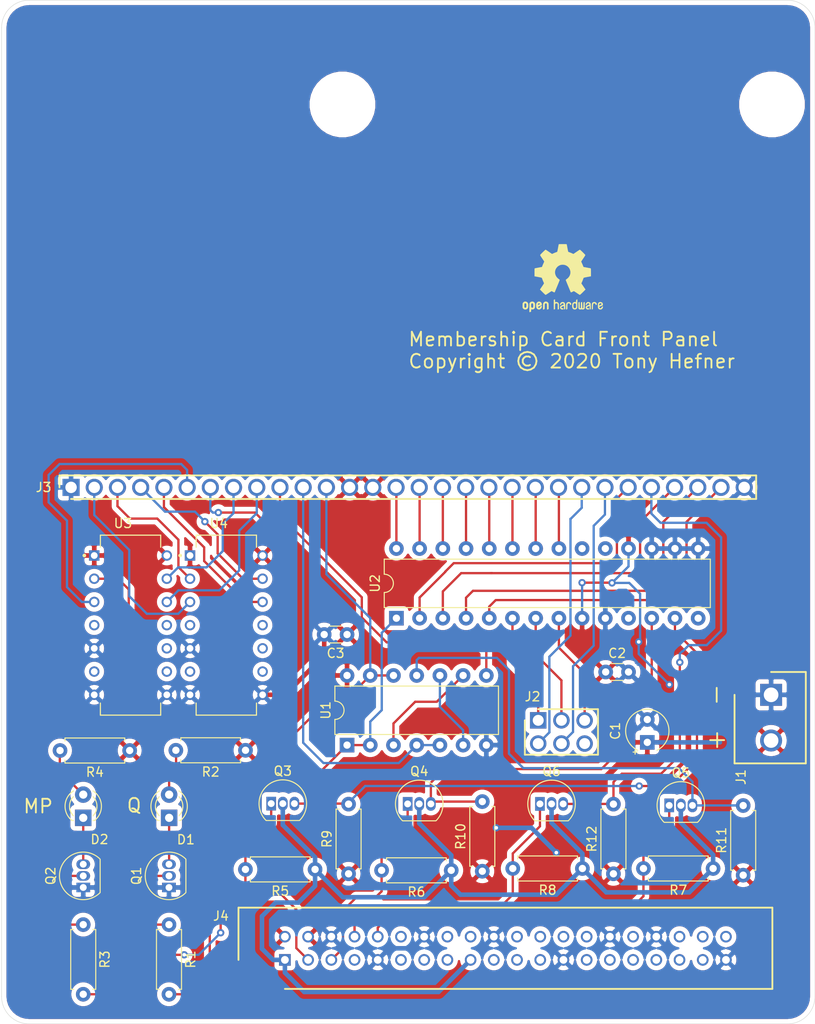
<source format=kicad_pcb>
(kicad_pcb (version 20171130) (host pcbnew "(5.1.9)-1")
  (layers (0 F.Cu signal hide) (31 B.Cu signal hide) (34 B.Paste user) (35 F.Paste user) (36 B.SilkS user) (37 F.SilkS user) (38 B.Mask user) (39 F.Mask user) (44 Edge.Cuts user))
  (net 0 "")
  (net 1 GND)
  (net 2 /~WAIT)
  (net 3 /~CLR)
  (net 4 /~EF4)
  (net 5 /~EF2)
  (net 6 /IN0)
  (net 7 /IN1)
  (net 8 /IN2)
  (net 9 /IN3)
  (net 10 /IN4)
  (net 11 /IN5)
  (net 12 /IN6)
  (net 13 /IN7)
  (net 14 "Net-(Q1-Pad2)")
  (net 15 "Net-(Q2-Pad2)")
  (net 16 "Net-(U1-Pad10)")
  (net 17 /~MWR)
  (net 18 "Net-(U1-Pad3)")
  (net 19 /MP)
  (net 20 /~WE)
  (net 21 "Net-(U2-Pad14)")
  (net 22 "Net-(U2-Pad11)")
  (net 23 "Net-(U2-Pad20)")
  (net 24 "Net-(U2-Pad19)")
  (net 25 +5V)
  (net 26 "Net-(D1-Pad2)")
  (net 27 "Net-(D1-Pad1)")
  (net 28 "Net-(D2-Pad2)")
  (net 29 "Net-(D2-Pad1)")
  (net 30 "Net-(J2-Pad6)")
  (net 31 /GPB7)
  (net 32 /~EF1)
  (net 33 /GPB6)
  (net 34 /~INT)
  (net 35 /GPB5)
  (net 36 /~EF3)
  (net 37 /Q)
  (net 38 /Q7)
  (net 39 /Q6)
  (net 40 /Q5)
  (net 41 /Q4)
  (net 42 /Q3)
  (net 43 /Q2)
  (net 44 /Q1)
  (net 45 /Q0)
  (net 46 "Net-(J4-Pad40)")
  (net 47 "Net-(J4-Pad38)")
  (net 48 "Net-(J4-Pad37)")
  (net 49 "Net-(J4-Pad36)")
  (net 50 "Net-(J4-Pad35)")
  (net 51 "Net-(J4-Pad33)")
  (net 52 "Net-(J4-Pad32)")
  (net 53 "Net-(J4-Pad31)")
  (net 54 "Net-(J4-Pad29)")
  (net 55 "Net-(J4-Pad28)")
  (net 56 "Net-(J4-Pad27)")
  (net 57 "Net-(J4-Pad26)")
  (net 58 "Net-(J4-Pad24)")
  (net 59 "Net-(J4-Pad23)")
  (net 60 "Net-(J4-Pad22)")
  (net 61 "Net-(J4-Pad21)")
  (net 62 "Net-(J4-Pad19)")
  (net 63 "Net-(J4-Pad18)")
  (net 64 +3V3)
  (net 65 "Net-(J4-Pad16)")
  (net 66 "Net-(J4-Pad15)")
  (net 67 "Net-(J4-Pad13)")
  (net 68 "Net-(J4-Pad12)")
  (net 69 "Net-(J4-Pad11)")
  (net 70 "Net-(J4-Pad10)")
  (net 71 "Net-(J4-Pad8)")
  (net 72 "Net-(J4-Pad7)")
  (net 73 "Net-(J4-Pad5)")
  (net 74 "Net-(J4-Pad3)")
  (net 75 /pi_gpio/SDA)
  (net 76 /pi_gpio/SCL)
  (net 77 /pi_gpio/RXD)
  (net 78 "Net-(U3-Pad10)")
  (net 79 "Net-(U3-Pad4)")
  (net 80 "Net-(U4-Pad10)")
  (net 81 "Net-(U4-Pad4)")
  (module Symbol:OSHW-Logo2_9.8x8mm_SilkScreen (layer F.Cu) (at 159.4 49.4)
    (fp_text reference REF** hide)
    (fp_text value OSHW-Logo2_9.8x8mm_SilkScreen hide)
  )
  (module MountingHole:MountingHole_3.2mm_M3 (layer F.Cu) (at 135.3 30.4)
    (fp_text reference REF** hide)
    (fp_text value MountingHole_3.2mm_M3)
    (pad "" np_thru_hole circle (at 0 0) (size 3.2 3.2) (drill 3.2) (layers *.Cu *.Mask) (clearance 2))
  )
  (module MountingHole:MountingHole_3.2mm_M3 (layer F.Cu) (at 182.3 30.4)
    (fp_text reference REF** hide)
    (fp_text value MountingHole_3.2mm_M3)
    (pad "" np_thru_hole circle (at 0 0) (size 3.2 3.2) (drill 3.2) (layers *.Cu *.Mask) (clearance 2))
  )
  (module SamacSys_Parts:SHDR2W100P0X500_1X2_1000X780X1030P (layer F.Cu) (at 182.2 95 270)
    (fp_text reference J1 (at 9 3.3 90) (layer F.SilkS))
    (fp_text value TB003-500-P02BE hide)
    (pad 2 thru_hole circle (at 5 0 270) (size 2.4 2.4) (drill 1.6) (layers *.Cu *.Mask) (net 25 +5V))
    (pad 1 thru_hole rect (at 0 0 270) (size 2.4 2.4) (drill 1.6) (layers *.Cu *.Mask) (net 1 GND))
  )
  (module SnapEDA:DIP794W45P254L1969H508Q14 (layer F.Cu) (at 122.588 87.376)
    (fp_text reference U4 (at -0.825 -11.135) (layer F.SilkS))
    (fp_text value TIL311)
    (pad 14 thru_hole circle (at 3.97 -7.62) (size 1.14 1.14) (drill 0.74) (layers *.Cu *.Mask) (net 25 +5V))
    (pad 13 thru_hole circle (at 3.97 -5.08) (size 1.14 1.14) (drill 0.74) (layers *.Cu *.Mask) (net 43 /Q2))
    (pad 12 thru_hole circle (at 3.97 -2.54) (size 1.14 1.14) (drill 0.74) (layers *.Cu *.Mask) (net 42 /Q3))
    (pad 11 thru_hole circle (at 3.97 0) (size 1.14 1.14) (drill 0.74) (layers *.Cu *.Mask))
    (pad 10 thru_hole circle (at 3.97 2.54) (size 1.14 1.14) (drill 0.74) (layers *.Cu *.Mask) (net 80 "Net-(U4-Pad10)"))
    (pad 9 thru_hole circle (at 3.97 5.08) (size 1.14 1.14) (drill 0.74) (layers *.Cu *.Mask))
    (pad 8 thru_hole circle (at 3.97 7.62) (size 1.14 1.14) (drill 0.74) (layers *.Cu *.Mask) (net 1 GND))
    (pad 7 thru_hole circle (at -3.97 7.62) (size 1.14 1.14) (drill 0.74) (layers *.Cu *.Mask) (net 1 GND))
    (pad 6 thru_hole circle (at -3.97 5.08) (size 1.14 1.14) (drill 0.74) (layers *.Cu *.Mask))
    (pad 5 thru_hole circle (at -3.97 2.54) (size 1.14 1.14) (drill 0.74) (layers *.Cu *.Mask) (net 1 GND))
    (pad 4 thru_hole circle (at -3.97 0) (size 1.14 1.14) (drill 0.74) (layers *.Cu *.Mask) (net 81 "Net-(U4-Pad4)"))
    (pad 3 thru_hole circle (at -3.97 -2.54) (size 1.14 1.14) (drill 0.74) (layers *.Cu *.Mask) (net 45 /Q0))
    (pad 2 thru_hole circle (at -3.97 -5.08) (size 1.14 1.14) (drill 0.74) (layers *.Cu *.Mask) (net 44 /Q1))
    (pad 1 thru_hole rect (at -3.97 -7.62) (size 1.14 1.14) (drill 0.74) (layers *.Cu *.Mask) (net 25 +5V))
  )
  (module SnapEDA:DIP794W45P254L1969H508Q14 (layer F.Cu) (at 112.108 87.376)
    (fp_text reference U3 (at -0.825 -11.135) (layer F.SilkS))
    (fp_text value TIL311)
    (pad 14 thru_hole circle (at 3.97 -7.62) (size 1.14 1.14) (drill 0.74) (layers *.Cu *.Mask) (net 25 +5V))
    (pad 13 thru_hole circle (at 3.97 -5.08) (size 1.14 1.14) (drill 0.74) (layers *.Cu *.Mask) (net 39 /Q6))
    (pad 12 thru_hole circle (at 3.97 -2.54) (size 1.14 1.14) (drill 0.74) (layers *.Cu *.Mask) (net 38 /Q7))
    (pad 11 thru_hole circle (at 3.97 0) (size 1.14 1.14) (drill 0.74) (layers *.Cu *.Mask))
    (pad 10 thru_hole circle (at 3.97 2.54) (size 1.14 1.14) (drill 0.74) (layers *.Cu *.Mask) (net 78 "Net-(U3-Pad10)"))
    (pad 9 thru_hole circle (at 3.97 5.08) (size 1.14 1.14) (drill 0.74) (layers *.Cu *.Mask))
    (pad 8 thru_hole circle (at 3.97 7.62) (size 1.14 1.14) (drill 0.74) (layers *.Cu *.Mask) (net 1 GND))
    (pad 7 thru_hole circle (at -3.97 7.62) (size 1.14 1.14) (drill 0.74) (layers *.Cu *.Mask) (net 1 GND))
    (pad 6 thru_hole circle (at -3.97 5.08) (size 1.14 1.14) (drill 0.74) (layers *.Cu *.Mask))
    (pad 5 thru_hole circle (at -3.97 2.54) (size 1.14 1.14) (drill 0.74) (layers *.Cu *.Mask) (net 1 GND))
    (pad 4 thru_hole circle (at -3.97 0) (size 1.14 1.14) (drill 0.74) (layers *.Cu *.Mask) (net 79 "Net-(U3-Pad4)"))
    (pad 3 thru_hole circle (at -3.97 -2.54) (size 1.14 1.14) (drill 0.74) (layers *.Cu *.Mask) (net 41 /Q4))
    (pad 2 thru_hole circle (at -3.97 -5.08) (size 1.14 1.14) (drill 0.74) (layers *.Cu *.Mask) (net 40 /Q5))
    (pad 1 thru_hole rect (at -3.97 -7.62) (size 1.14 1.14) (drill 0.74) (layers *.Cu *.Mask) (net 25 +5V))
  )
  (module Resistor_THT:R_Axial_DIN0207_L6.3mm_D2.5mm_P7.62mm_Horizontal (layer F.Cu) (at 164.9476 114.5794 90)
    (fp_text reference R12 (at 3.81 -2.37 90) (layer F.SilkS))
    (fp_text value 10K)
    (pad 2 thru_hole oval (at 7.62 0 90) (size 1.6 1.6) (drill 0.8) (layers *.Cu *.Mask) (net 36 /~EF3))
    (pad 1 thru_hole circle (at 0 0 90) (size 1.6 1.6) (drill 0.8) (layers *.Cu *.Mask) (net 25 +5V))
  )
  (module Resistor_THT:R_Axial_DIN0207_L6.3mm_D2.5mm_P7.62mm_Horizontal (layer F.Cu) (at 179.1462 114.7318 90)
    (fp_text reference R11 (at 3.81 -2.37 90) (layer F.SilkS))
    (fp_text value 10K)
    (pad 2 thru_hole oval (at 7.62 0 90) (size 1.6 1.6) (drill 0.8) (layers *.Cu *.Mask) (net 77 /pi_gpio/RXD))
    (pad 1 thru_hole circle (at 0 0 90) (size 1.6 1.6) (drill 0.8) (layers *.Cu *.Mask) (net 25 +5V))
  )
  (module Resistor_THT:R_Axial_DIN0207_L6.3mm_D2.5mm_P7.62mm_Horizontal (layer F.Cu) (at 150.6 114.3 90)
    (fp_text reference R10 (at 3.81 -2.37 90) (layer F.SilkS))
    (fp_text value 10K)
    (pad 2 thru_hole oval (at 7.62 0 90) (size 1.6 1.6) (drill 0.8) (layers *.Cu *.Mask) (net 76 /pi_gpio/SCL))
    (pad 1 thru_hole circle (at 0 0 90) (size 1.6 1.6) (drill 0.8) (layers *.Cu *.Mask) (net 25 +5V))
  )
  (module Resistor_THT:R_Axial_DIN0207_L6.3mm_D2.5mm_P7.62mm_Horizontal (layer F.Cu) (at 135.9662 114.5794 90)
    (fp_text reference R9 (at 3.81 -2.37 90) (layer F.SilkS))
    (fp_text value 10K)
    (pad 2 thru_hole oval (at 7.62 0 90) (size 1.6 1.6) (drill 0.8) (layers *.Cu *.Mask) (net 75 /pi_gpio/SDA))
    (pad 1 thru_hole circle (at 0 0 90) (size 1.6 1.6) (drill 0.8) (layers *.Cu *.Mask) (net 25 +5V))
  )
  (module Resistor_THT:R_Axial_DIN0207_L6.3mm_D2.5mm_P7.62mm_Horizontal (layer F.Cu) (at 161.554 114 180)
    (fp_text reference R8 (at 3.81 -2.37) (layer F.SilkS))
    (fp_text value 10K)
    (pad 2 thru_hole oval (at 7.62 0 180) (size 1.6 1.6) (drill 0.8) (layers *.Cu *.Mask) (net 71 "Net-(J4-Pad8)"))
    (pad 1 thru_hole circle (at 0 0 180) (size 1.6 1.6) (drill 0.8) (layers *.Cu *.Mask) (net 64 +3V3))
  )
  (module Resistor_THT:R_Axial_DIN0207_L6.3mm_D2.5mm_P7.62mm_Horizontal (layer F.Cu) (at 175.854 114 180)
    (fp_text reference R7 (at 3.81 -2.37) (layer F.SilkS))
    (fp_text value 10K)
    (pad 2 thru_hole oval (at 7.62 0 180) (size 1.6 1.6) (drill 0.8) (layers *.Cu *.Mask) (net 70 "Net-(J4-Pad10)"))
    (pad 1 thru_hole circle (at 0 0 180) (size 1.6 1.6) (drill 0.8) (layers *.Cu *.Mask) (net 64 +3V3))
  )
  (module Resistor_THT:R_Axial_DIN0207_L6.3mm_D2.5mm_P7.62mm_Horizontal (layer F.Cu) (at 147.2 114.2 180)
    (fp_text reference R6 (at 3.81 -2.37) (layer F.SilkS))
    (fp_text value 10K)
    (pad 2 thru_hole oval (at 7.62 0 180) (size 1.6 1.6) (drill 0.8) (layers *.Cu *.Mask) (net 73 "Net-(J4-Pad5)"))
    (pad 1 thru_hole circle (at 0 0 180) (size 1.6 1.6) (drill 0.8) (layers *.Cu *.Mask) (net 64 +3V3))
  )
  (module Resistor_THT:R_Axial_DIN0207_L6.3mm_D2.5mm_P7.62mm_Horizontal (layer F.Cu) (at 132.3 114.1 180)
    (fp_text reference R5 (at 3.81 -2.37) (layer F.SilkS))
    (fp_text value 10K)
    (pad 2 thru_hole oval (at 7.62 0 180) (size 1.6 1.6) (drill 0.8) (layers *.Cu *.Mask) (net 74 "Net-(J4-Pad3)"))
    (pad 1 thru_hole circle (at 0 0 180) (size 1.6 1.6) (drill 0.8) (layers *.Cu *.Mask) (net 64 +3V3))
  )
  (module Resistor_THT:R_Axial_DIN0207_L6.3mm_D2.5mm_P7.62mm_Horizontal (layer F.Cu) (at 112.014 101.092 180)
    (fp_text reference R4 (at 3.81 -2.37) (layer F.SilkS))
    (fp_text value 1K)
    (pad 2 thru_hole oval (at 7.62 0 180) (size 1.6 1.6) (drill 0.8) (layers *.Cu *.Mask) (net 28 "Net-(D2-Pad2)"))
    (pad 1 thru_hole circle (at 0 0 180) (size 1.6 1.6) (drill 0.8) (layers *.Cu *.Mask) (net 25 +5V))
  )
  (module Resistor_THT:R_Axial_DIN0207_L6.3mm_D2.5mm_P7.62mm_Horizontal (layer F.Cu) (at 106.934 120.142 270)
    (fp_text reference R3 (at 3.81 -2.37 90) (layer F.SilkS))
    (fp_text value 1K)
    (pad 2 thru_hole oval (at 7.62 0 270) (size 1.6 1.6) (drill 0.8) (layers *.Cu *.Mask) (net 19 /MP))
    (pad 1 thru_hole circle (at 0 0 270) (size 1.6 1.6) (drill 0.8) (layers *.Cu *.Mask) (net 15 "Net-(Q2-Pad2)"))
  )
  (module Resistor_THT:R_Axial_DIN0207_L6.3mm_D2.5mm_P7.62mm_Horizontal (layer F.Cu) (at 124.6886 101.0666 180)
    (fp_text reference R2 (at 3.81 -2.37) (layer F.SilkS))
    (fp_text value 1K)
    (pad 2 thru_hole oval (at 7.62 0 180) (size 1.6 1.6) (drill 0.8) (layers *.Cu *.Mask) (net 26 "Net-(D1-Pad2)"))
    (pad 1 thru_hole circle (at 0 0 180) (size 1.6 1.6) (drill 0.8) (layers *.Cu *.Mask) (net 25 +5V))
  )
  (module Resistor_THT:R_Axial_DIN0207_L6.3mm_D2.5mm_P7.62mm_Horizontal (layer F.Cu) (at 116.316 120.142 270)
    (fp_text reference R1 (at 3.81 -2.37 90) (layer F.SilkS))
    (fp_text value 1K)
    (pad 2 thru_hole oval (at 7.62 0 270) (size 1.6 1.6) (drill 0.8) (layers *.Cu *.Mask) (net 37 /Q))
    (pad 1 thru_hole circle (at 0 0 270) (size 1.6 1.6) (drill 0.8) (layers *.Cu *.Mask) (net 14 "Net-(Q1-Pad2)"))
  )
  (module Package_TO_SOT_THT:TO-92_Inline (layer F.Cu) (at 156.908 106.934)
    (fp_text reference Q6 (at 1.27 -3.56) (layer F.SilkS))
    (fp_text value 2N7000)
    (pad 1 thru_hole rect (at 0 0) (size 1.05 1.5) (drill 0.75) (layers *.Cu *.Mask) (net 71 "Net-(J4-Pad8)"))
    (pad 3 thru_hole oval (at 2.54 0) (size 1.05 1.5) (drill 0.75) (layers *.Cu *.Mask) (net 36 /~EF3))
    (pad 2 thru_hole oval (at 1.27 0) (size 1.05 1.5) (drill 0.75) (layers *.Cu *.Mask) (net 64 +3V3))
  )
  (module Package_TO_SOT_THT:TO-92_Inline (layer F.Cu) (at 171.054 107.1)
    (fp_text reference Q5 (at 1.27 -3.56) (layer F.SilkS))
    (fp_text value 2N7000)
    (pad 1 thru_hole rect (at 0 0) (size 1.05 1.5) (drill 0.75) (layers *.Cu *.Mask) (net 70 "Net-(J4-Pad10)"))
    (pad 3 thru_hole oval (at 2.54 0) (size 1.05 1.5) (drill 0.75) (layers *.Cu *.Mask) (net 77 /pi_gpio/RXD))
    (pad 2 thru_hole oval (at 1.27 0) (size 1.05 1.5) (drill 0.75) (layers *.Cu *.Mask) (net 64 +3V3))
  )
  (module Package_TO_SOT_THT:TO-92_Inline (layer F.Cu) (at 127.5 106.9)
    (fp_text reference Q3 (at 1.27 -3.56) (layer F.SilkS))
    (fp_text value 2N7000)
    (pad 1 thru_hole rect (at 0 0) (size 1.05 1.5) (drill 0.75) (layers *.Cu *.Mask) (net 74 "Net-(J4-Pad3)"))
    (pad 3 thru_hole oval (at 2.54 0) (size 1.05 1.5) (drill 0.75) (layers *.Cu *.Mask) (net 75 /pi_gpio/SDA))
    (pad 2 thru_hole oval (at 1.27 0) (size 1.05 1.5) (drill 0.75) (layers *.Cu *.Mask) (net 64 +3V3))
  )
  (module Package_TO_SOT_THT:TO-92_Inline (layer F.Cu) (at 106.934 116.078 90)
    (fp_text reference Q2 (at 1.27 -3.56 90) (layer F.SilkS))
    (fp_text value 2N3904)
    (pad 1 thru_hole rect (at 0 0 90) (size 1.05 1.5) (drill 0.75) (layers *.Cu *.Mask) (net 1 GND))
    (pad 3 thru_hole oval (at 2.54 0 90) (size 1.05 1.5) (drill 0.75) (layers *.Cu *.Mask) (net 29 "Net-(D2-Pad1)"))
    (pad 2 thru_hole oval (at 1.27 0 90) (size 1.05 1.5) (drill 0.75) (layers *.Cu *.Mask) (net 15 "Net-(Q2-Pad2)"))
  )
  (module SamacSys_Parts:SHDR40W64P254_2X20_5842X889X927P (layer F.Cu) (at 129 124)
    (fp_text reference J4 (at -7 -4.8) (layer F.SilkS))
    (fp_text value Raspberry_Pi_GPIO hide)
    (pad 40 thru_hole circle (at 48.26 -2.54) (size 1.275 1.275) (drill 0.85) (layers *.Cu *.Mask) (net 46 "Net-(J4-Pad40)"))
    (pad 39 thru_hole circle (at 48.26 0) (size 1.275 1.275) (drill 0.85) (layers *.Cu *.Mask) (net 1 GND))
    (pad 38 thru_hole circle (at 45.72 -2.54) (size 1.275 1.275) (drill 0.85) (layers *.Cu *.Mask) (net 47 "Net-(J4-Pad38)"))
    (pad 37 thru_hole circle (at 45.72 0) (size 1.275 1.275) (drill 0.85) (layers *.Cu *.Mask) (net 48 "Net-(J4-Pad37)"))
    (pad 36 thru_hole circle (at 43.18 -2.54) (size 1.275 1.275) (drill 0.85) (layers *.Cu *.Mask) (net 49 "Net-(J4-Pad36)"))
    (pad 35 thru_hole circle (at 43.18 0) (size 1.275 1.275) (drill 0.85) (layers *.Cu *.Mask) (net 50 "Net-(J4-Pad35)"))
    (pad 34 thru_hole circle (at 40.64 -2.54) (size 1.275 1.275) (drill 0.85) (layers *.Cu *.Mask) (net 1 GND))
    (pad 33 thru_hole circle (at 40.64 0) (size 1.275 1.275) (drill 0.85) (layers *.Cu *.Mask) (net 51 "Net-(J4-Pad33)"))
    (pad 32 thru_hole circle (at 38.1 -2.54) (size 1.275 1.275) (drill 0.85) (layers *.Cu *.Mask) (net 52 "Net-(J4-Pad32)"))
    (pad 31 thru_hole circle (at 38.1 0) (size 1.275 1.275) (drill 0.85) (layers *.Cu *.Mask) (net 53 "Net-(J4-Pad31)"))
    (pad 30 thru_hole circle (at 35.56 -2.54) (size 1.275 1.275) (drill 0.85) (layers *.Cu *.Mask) (net 1 GND))
    (pad 29 thru_hole circle (at 35.56 0) (size 1.275 1.275) (drill 0.85) (layers *.Cu *.Mask) (net 54 "Net-(J4-Pad29)"))
    (pad 28 thru_hole circle (at 33.02 -2.54) (size 1.275 1.275) (drill 0.85) (layers *.Cu *.Mask) (net 55 "Net-(J4-Pad28)"))
    (pad 27 thru_hole circle (at 33.02 0) (size 1.275 1.275) (drill 0.85) (layers *.Cu *.Mask) (net 56 "Net-(J4-Pad27)"))
    (pad 26 thru_hole circle (at 30.48 -2.54) (size 1.275 1.275) (drill 0.85) (layers *.Cu *.Mask) (net 57 "Net-(J4-Pad26)"))
    (pad 25 thru_hole circle (at 30.48 0) (size 1.275 1.275) (drill 0.85) (layers *.Cu *.Mask) (net 1 GND))
    (pad 24 thru_hole circle (at 27.94 -2.54) (size 1.275 1.275) (drill 0.85) (layers *.Cu *.Mask) (net 58 "Net-(J4-Pad24)"))
    (pad 23 thru_hole circle (at 27.94 0) (size 1.275 1.275) (drill 0.85) (layers *.Cu *.Mask) (net 59 "Net-(J4-Pad23)"))
    (pad 22 thru_hole circle (at 25.4 -2.54) (size 1.275 1.275) (drill 0.85) (layers *.Cu *.Mask) (net 60 "Net-(J4-Pad22)"))
    (pad 21 thru_hole circle (at 25.4 0) (size 1.275 1.275) (drill 0.85) (layers *.Cu *.Mask) (net 61 "Net-(J4-Pad21)"))
    (pad 20 thru_hole circle (at 22.86 -2.54) (size 1.275 1.275) (drill 0.85) (layers *.Cu *.Mask) (net 1 GND))
    (pad 19 thru_hole circle (at 22.86 0) (size 1.275 1.275) (drill 0.85) (layers *.Cu *.Mask) (net 62 "Net-(J4-Pad19)"))
    (pad 18 thru_hole circle (at 20.32 -2.54) (size 1.275 1.275) (drill 0.85) (layers *.Cu *.Mask) (net 63 "Net-(J4-Pad18)"))
    (pad 17 thru_hole circle (at 20.32 0) (size 1.275 1.275) (drill 0.85) (layers *.Cu *.Mask) (net 64 +3V3))
    (pad 16 thru_hole circle (at 17.78 -2.54) (size 1.275 1.275) (drill 0.85) (layers *.Cu *.Mask) (net 65 "Net-(J4-Pad16)"))
    (pad 15 thru_hole circle (at 17.78 0) (size 1.275 1.275) (drill 0.85) (layers *.Cu *.Mask) (net 66 "Net-(J4-Pad15)"))
    (pad 14 thru_hole circle (at 15.24 -2.54) (size 1.275 1.275) (drill 0.85) (layers *.Cu *.Mask) (net 1 GND))
    (pad 13 thru_hole circle (at 15.24 0) (size 1.275 1.275) (drill 0.85) (layers *.Cu *.Mask) (net 67 "Net-(J4-Pad13)"))
    (pad 12 thru_hole circle (at 12.7 -2.54) (size 1.275 1.275) (drill 0.85) (layers *.Cu *.Mask) (net 68 "Net-(J4-Pad12)"))
    (pad 11 thru_hole circle (at 12.7 0) (size 1.275 1.275) (drill 0.85) (layers *.Cu *.Mask) (net 69 "Net-(J4-Pad11)"))
    (pad 10 thru_hole circle (at 10.16 -2.54) (size 1.275 1.275) (drill 0.85) (layers *.Cu *.Mask) (net 70 "Net-(J4-Pad10)"))
    (pad 9 thru_hole circle (at 10.16 0) (size 1.275 1.275) (drill 0.85) (layers *.Cu *.Mask) (net 1 GND))
    (pad 8 thru_hole circle (at 7.62 -2.54) (size 1.275 1.275) (drill 0.85) (layers *.Cu *.Mask) (net 71 "Net-(J4-Pad8)"))
    (pad 7 thru_hole circle (at 7.62 0) (size 1.275 1.275) (drill 0.85) (layers *.Cu *.Mask) (net 72 "Net-(J4-Pad7)"))
    (pad 6 thru_hole circle (at 5.08 -2.54) (size 1.275 1.275) (drill 0.85) (layers *.Cu *.Mask) (net 1 GND))
    (pad 5 thru_hole circle (at 5.08 0) (size 1.275 1.275) (drill 0.85) (layers *.Cu *.Mask) (net 73 "Net-(J4-Pad5)"))
    (pad 4 thru_hole circle (at 2.54 -2.54) (size 1.275 1.275) (drill 0.85) (layers *.Cu *.Mask) (net 25 +5V))
    (pad 3 thru_hole circle (at 2.54 0) (size 1.275 1.275) (drill 0.85) (layers *.Cu *.Mask) (net 74 "Net-(J4-Pad3)"))
    (pad 2 thru_hole circle (at 0 -2.54) (size 1.275 1.275) (drill 0.85) (layers *.Cu *.Mask) (net 25 +5V))
    (pad 1 thru_hole rect (at 0 0) (size 1.275 1.275) (drill 0.85) (layers *.Cu *.Mask) (net 64 +3V3))
  )
  (module SamacSys_Parts:HDRV6W69P254_2X3_762X498X813P (layer F.Cu) (at 156.718 97.79)
    (fp_text reference J2 (at -0.618 -2.59) (layer F.SilkS))
    (fp_text value 87914-0616 hide)
    (pad 6 thru_hole circle (at 5.08 2.54) (size 1.8 1.8) (drill 1.2) (layers *.Cu *.Mask) (net 30 "Net-(J2-Pad6)"))
    (pad 5 thru_hole circle (at 5.08 0) (size 1.8 1.8) (drill 1.2) (layers *.Cu *.Mask) (net 31 /GPB7))
    (pad 4 thru_hole circle (at 2.54 2.54) (size 1.8 1.8) (drill 1.2) (layers *.Cu *.Mask) (net 32 /~EF1))
    (pad 3 thru_hole circle (at 2.54 0) (size 1.8 1.8) (drill 1.2) (layers *.Cu *.Mask) (net 33 /GPB6))
    (pad 2 thru_hole circle (at 0 2.54) (size 1.8 1.8) (drill 1.2) (layers *.Cu *.Mask) (net 34 /~INT))
    (pad 1 thru_hole rect (at 0 0) (size 1.8 1.8) (drill 1.2) (layers *.Cu *.Mask) (net 35 /GPB5))
  )
  (module LED_THT:LED_D3.0mm (layer F.Cu) (at 106.934 108.458 90)
    (fp_text reference D2 (at -2.3622 1.778 180) (layer F.SilkS))
    (fp_text value LED)
    (pad 2 thru_hole circle (at 2.54 0 90) (size 1.8 1.8) (drill 0.9) (layers *.Cu *.Mask) (net 28 "Net-(D2-Pad2)"))
    (pad 1 thru_hole rect (at 0 0 90) (size 1.8 1.8) (drill 0.9) (layers *.Cu *.Mask) (net 29 "Net-(D2-Pad1)"))
  )
  (module LED_THT:LED_D3.0mm (layer F.Cu) (at 116.332 108.458 90)
    (fp_text reference D1 (at -2.3876 1.8288 180) (layer F.SilkS))
    (fp_text value LED)
    (pad 2 thru_hole circle (at 2.54 0 90) (size 1.8 1.8) (drill 0.9) (layers *.Cu *.Mask) (net 26 "Net-(D1-Pad2)"))
    (pad 1 thru_hole rect (at 0 0 90) (size 1.8 1.8) (drill 0.9) (layers *.Cu *.Mask) (net 27 "Net-(D1-Pad1)"))
  )
  (module Capacitor_THT:C_Disc_D3.0mm_W1.6mm_P2.50mm (layer F.Cu) (at 135.8 88.4 180)
    (fp_text reference C3 (at 1.25 -2.05) (layer F.SilkS))
    (fp_text value 0.1uF)
    (pad 2 thru_hole circle (at 2.5 0 180) (size 1.6 1.6) (drill 0.8) (layers *.Cu *.Mask) (net 1 GND))
    (pad 1 thru_hole circle (at 0 0 180) (size 1.6 1.6) (drill 0.8) (layers *.Cu *.Mask) (net 25 +5V))
  )
  (module Capacitor_THT:C_Disc_D3.0mm_W1.6mm_P2.50mm (layer F.Cu) (at 164.1 92.5)
    (fp_text reference C2 (at 1.25 -2.05) (layer F.SilkS))
    (fp_text value 0.1uF)
    (pad 2 thru_hole circle (at 2.5 0) (size 1.6 1.6) (drill 0.8) (layers *.Cu *.Mask) (net 1 GND))
    (pad 1 thru_hole circle (at 0 0) (size 1.6 1.6) (drill 0.8) (layers *.Cu *.Mask) (net 25 +5V))
  )
  (module Capacitor_THT:CP_Radial_Tantal_D4.5mm_P2.50mm (layer F.Cu) (at 168.656 100.2 90)
    (fp_text reference C1 (at 1.25 -3.5 90) (layer F.SilkS))
    (fp_text value 10uF)
    (pad 2 thru_hole circle (at 2.5 0 90) (size 1.6 1.6) (drill 0.8) (layers *.Cu *.Mask) (net 1 GND))
    (pad 1 thru_hole rect (at 0 0 90) (size 1.6 1.6) (drill 0.8) (layers *.Cu *.Mask) (net 25 +5V))
  )
  (module Package_DIP:DIP-28_W7.62mm (layer F.Cu) (at 141.2 86.614 90)
    (fp_text reference U2 (at 3.81 -2.33 90) (layer F.SilkS))
    (fp_text value MCP23017_SP)
    (pad 28 thru_hole oval (at 7.62 0 90) (size 1.6 1.6) (drill 0.8) (layers *.Cu *.Mask) (net 13 /IN7))
    (pad 14 thru_hole oval (at 0 33.02 90) (size 1.6 1.6) (drill 0.8) (layers *.Cu *.Mask) (net 21 "Net-(U2-Pad14)"))
    (pad 27 thru_hole oval (at 7.62 2.54 90) (size 1.6 1.6) (drill 0.8) (layers *.Cu *.Mask) (net 12 /IN6))
    (pad 13 thru_hole oval (at 0 30.48 90) (size 1.6 1.6) (drill 0.8) (layers *.Cu *.Mask) (net 75 /pi_gpio/SDA))
    (pad 26 thru_hole oval (at 7.62 5.08 90) (size 1.6 1.6) (drill 0.8) (layers *.Cu *.Mask) (net 11 /IN5))
    (pad 12 thru_hole oval (at 0 27.94 90) (size 1.6 1.6) (drill 0.8) (layers *.Cu *.Mask) (net 76 /pi_gpio/SCL))
    (pad 25 thru_hole oval (at 7.62 7.62 90) (size 1.6 1.6) (drill 0.8) (layers *.Cu *.Mask) (net 10 /IN4))
    (pad 11 thru_hole oval (at 0 25.4 90) (size 1.6 1.6) (drill 0.8) (layers *.Cu *.Mask) (net 22 "Net-(U2-Pad11)"))
    (pad 24 thru_hole oval (at 7.62 10.16 90) (size 1.6 1.6) (drill 0.8) (layers *.Cu *.Mask) (net 9 /IN3))
    (pad 10 thru_hole oval (at 0 22.86 90) (size 1.6 1.6) (drill 0.8) (layers *.Cu *.Mask) (net 1 GND))
    (pad 23 thru_hole oval (at 7.62 12.7 90) (size 1.6 1.6) (drill 0.8) (layers *.Cu *.Mask) (net 8 /IN2))
    (pad 9 thru_hole oval (at 0 20.32 90) (size 1.6 1.6) (drill 0.8) (layers *.Cu *.Mask) (net 25 +5V))
    (pad 22 thru_hole oval (at 7.62 15.24 90) (size 1.6 1.6) (drill 0.8) (layers *.Cu *.Mask) (net 7 /IN1))
    (pad 8 thru_hole oval (at 0 17.78 90) (size 1.6 1.6) (drill 0.8) (layers *.Cu *.Mask) (net 31 /GPB7))
    (pad 21 thru_hole oval (at 7.62 17.78 90) (size 1.6 1.6) (drill 0.8) (layers *.Cu *.Mask) (net 6 /IN0))
    (pad 7 thru_hole oval (at 0 15.24 90) (size 1.6 1.6) (drill 0.8) (layers *.Cu *.Mask) (net 33 /GPB6))
    (pad 20 thru_hole oval (at 7.62 20.32 90) (size 1.6 1.6) (drill 0.8) (layers *.Cu *.Mask) (net 23 "Net-(U2-Pad20)"))
    (pad 6 thru_hole oval (at 0 12.7 90) (size 1.6 1.6) (drill 0.8) (layers *.Cu *.Mask) (net 35 /GPB5))
    (pad 19 thru_hole oval (at 7.62 22.86 90) (size 1.6 1.6) (drill 0.8) (layers *.Cu *.Mask) (net 24 "Net-(U2-Pad19)"))
    (pad 5 thru_hole oval (at 0 10.16 90) (size 1.6 1.6) (drill 0.8) (layers *.Cu *.Mask) (net 2 /~WAIT))
    (pad 18 thru_hole oval (at 7.62 25.4 90) (size 1.6 1.6) (drill 0.8) (layers *.Cu *.Mask) (net 25 +5V))
    (pad 4 thru_hole oval (at 0 7.62 90) (size 1.6 1.6) (drill 0.8) (layers *.Cu *.Mask) (net 3 /~CLR))
    (pad 17 thru_hole oval (at 7.62 27.94 90) (size 1.6 1.6) (drill 0.8) (layers *.Cu *.Mask) (net 1 GND))
    (pad 3 thru_hole oval (at 0 5.08 90) (size 1.6 1.6) (drill 0.8) (layers *.Cu *.Mask) (net 4 /~EF4))
    (pad 16 thru_hole oval (at 7.62 30.48 90) (size 1.6 1.6) (drill 0.8) (layers *.Cu *.Mask) (net 1 GND))
    (pad 2 thru_hole oval (at 0 2.54 90) (size 1.6 1.6) (drill 0.8) (layers *.Cu *.Mask) (net 5 /~EF2))
    (pad 15 thru_hole oval (at 7.62 33.02 90) (size 1.6 1.6) (drill 0.8) (layers *.Cu *.Mask) (net 1 GND))
    (pad 1 thru_hole rect (at 0 0 90) (size 1.6 1.6) (drill 0.8) (layers *.Cu *.Mask) (net 19 /MP))
  )
  (module Package_DIP:DIP-14_W7.62mm (layer F.Cu) (at 135.8 100.5 90)
    (fp_text reference U1 (at 3.81 -2.33 90) (layer F.SilkS))
    (fp_text value 74HC00)
    (pad 14 thru_hole oval (at 7.62 0 90) (size 1.6 1.6) (drill 0.8) (layers *.Cu *.Mask) (net 25 +5V))
    (pad 7 thru_hole oval (at 0 15.24 90) (size 1.6 1.6) (drill 0.8) (layers *.Cu *.Mask) (net 1 GND))
    (pad 13 thru_hole oval (at 7.62 2.54 90) (size 1.6 1.6) (drill 0.8) (layers *.Cu *.Mask) (net 37 /Q))
    (pad 6 thru_hole oval (at 0 12.7 90) (size 1.6 1.6) (drill 0.8) (layers *.Cu *.Mask) (net 16 "Net-(U1-Pad10)"))
    (pad 12 thru_hole oval (at 7.62 5.08 90) (size 1.6 1.6) (drill 0.8) (layers *.Cu *.Mask) (net 37 /Q))
    (pad 5 thru_hole oval (at 0 10.16 90) (size 1.6 1.6) (drill 0.8) (layers *.Cu *.Mask) (net 17 /~MWR))
    (pad 11 thru_hole oval (at 7.62 7.62 90) (size 1.6 1.6) (drill 0.8) (layers *.Cu *.Mask) (net 77 /pi_gpio/RXD))
    (pad 4 thru_hole oval (at 0 7.62 90) (size 1.6 1.6) (drill 0.8) (layers *.Cu *.Mask) (net 17 /~MWR))
    (pad 10 thru_hole oval (at 7.62 10.16 90) (size 1.6 1.6) (drill 0.8) (layers *.Cu *.Mask) (net 16 "Net-(U1-Pad10)"))
    (pad 3 thru_hole oval (at 0 5.08 90) (size 1.6 1.6) (drill 0.8) (layers *.Cu *.Mask) (net 18 "Net-(U1-Pad3)"))
    (pad 9 thru_hole oval (at 7.62 12.7 90) (size 1.6 1.6) (drill 0.8) (layers *.Cu *.Mask) (net 18 "Net-(U1-Pad3)"))
    (pad 2 thru_hole oval (at 0 2.54 90) (size 1.6 1.6) (drill 0.8) (layers *.Cu *.Mask) (net 19 /MP))
    (pad 8 thru_hole oval (at 7.62 15.24 90) (size 1.6 1.6) (drill 0.8) (layers *.Cu *.Mask) (net 20 /~WE))
    (pad 1 thru_hole rect (at 0 0 90) (size 1.6 1.6) (drill 0.8) (layers *.Cu *.Mask) (net 19 /MP))
  )
  (module Package_TO_SOT_THT:TO-92_Inline (layer F.Cu) (at 142.43 106.934)
    (fp_text reference Q4 (at 1.27 -3.56) (layer F.SilkS))
    (fp_text value 2N7000)
    (pad 1 thru_hole rect (at 0 0) (size 1.05 1.5) (drill 0.75) (layers *.Cu *.Mask) (net 73 "Net-(J4-Pad5)"))
    (pad 3 thru_hole oval (at 2.54 0) (size 1.05 1.5) (drill 0.75) (layers *.Cu *.Mask) (net 76 /pi_gpio/SCL))
    (pad 2 thru_hole oval (at 1.27 0) (size 1.05 1.5) (drill 0.75) (layers *.Cu *.Mask) (net 64 +3V3))
  )
  (module Package_TO_SOT_THT:TO-92_Inline (layer F.Cu) (at 116.316 116.078 90)
    (fp_text reference Q1 (at 1.27 -3.56 90) (layer F.SilkS))
    (fp_text value 2N3904)
    (pad 1 thru_hole rect (at 0 0 90) (size 1.05 1.5) (drill 0.75) (layers *.Cu *.Mask) (net 1 GND))
    (pad 3 thru_hole oval (at 2.54 0 90) (size 1.05 1.5) (drill 0.75) (layers *.Cu *.Mask) (net 27 "Net-(D1-Pad1)"))
    (pad 2 thru_hole oval (at 1.27 0 90) (size 1.05 1.5) (drill 0.75) (layers *.Cu *.Mask) (net 14 "Net-(Q1-Pad2)"))
  )
  (module SamacSys_Parts:RHDR30W76P0X254_1X30_7620X254X826P (layer F.Cu) (at 105.6 72.3)
    (fp_text reference J3 (at -3 0) (layer F.SilkS))
    (fp_text value 929850-01-30-RA hide)
    (pad 30 thru_hole circle (at 73.66 0) (size 1.875 1.875) (drill 1.25) (layers *.Cu *.Mask) (net 1 GND))
    (pad 29 thru_hole circle (at 71.12 0) (size 1.875 1.875) (drill 1.25) (layers *.Cu *.Mask) (net 2 /~WAIT))
    (pad 28 thru_hole circle (at 68.58 0) (size 1.875 1.875) (drill 1.25) (layers *.Cu *.Mask) (net 3 /~CLR))
    (pad 27 thru_hole circle (at 66.04 0) (size 1.875 1.875) (drill 1.25) (layers *.Cu *.Mask) (net 4 /~EF4))
    (pad 26 thru_hole circle (at 63.5 0) (size 1.875 1.875) (drill 1.25) (layers *.Cu *.Mask) (net 36 /~EF3))
    (pad 25 thru_hole circle (at 60.96 0) (size 1.875 1.875) (drill 1.25) (layers *.Cu *.Mask) (net 5 /~EF2))
    (pad 24 thru_hole circle (at 58.42 0) (size 1.875 1.875) (drill 1.25) (layers *.Cu *.Mask) (net 32 /~EF1))
    (pad 23 thru_hole circle (at 55.88 0) (size 1.875 1.875) (drill 1.25) (layers *.Cu *.Mask) (net 34 /~INT))
    (pad 22 thru_hole circle (at 53.34 0) (size 1.875 1.875) (drill 1.25) (layers *.Cu *.Mask) (net 6 /IN0))
    (pad 21 thru_hole circle (at 50.8 0) (size 1.875 1.875) (drill 1.25) (layers *.Cu *.Mask) (net 7 /IN1))
    (pad 20 thru_hole circle (at 48.26 0) (size 1.875 1.875) (drill 1.25) (layers *.Cu *.Mask) (net 8 /IN2))
    (pad 19 thru_hole circle (at 45.72 0) (size 1.875 1.875) (drill 1.25) (layers *.Cu *.Mask) (net 9 /IN3))
    (pad 18 thru_hole circle (at 43.18 0) (size 1.875 1.875) (drill 1.25) (layers *.Cu *.Mask) (net 10 /IN4))
    (pad 17 thru_hole circle (at 40.64 0) (size 1.875 1.875) (drill 1.25) (layers *.Cu *.Mask) (net 11 /IN5))
    (pad 16 thru_hole circle (at 38.1 0) (size 1.875 1.875) (drill 1.25) (layers *.Cu *.Mask) (net 12 /IN6))
    (pad 15 thru_hole circle (at 35.56 0) (size 1.875 1.875) (drill 1.25) (layers *.Cu *.Mask) (net 13 /IN7))
    (pad 14 thru_hole circle (at 33.02 0) (size 1.875 1.875) (drill 1.25) (layers *.Cu *.Mask) (net 25 +5V))
    (pad 13 thru_hole circle (at 30.48 0) (size 1.875 1.875) (drill 1.25) (layers *.Cu *.Mask) (net 25 +5V))
    (pad 12 thru_hole circle (at 27.94 0) (size 1.875 1.875) (drill 1.25) (layers *.Cu *.Mask) (net 37 /Q))
    (pad 11 thru_hole circle (at 25.4 0) (size 1.875 1.875) (drill 1.25) (layers *.Cu *.Mask) (net 17 /~MWR))
    (pad 10 thru_hole circle (at 22.86 0) (size 1.875 1.875) (drill 1.25) (layers *.Cu *.Mask) (net 20 /~WE))
    (pad 9 thru_hole circle (at 20.32 0) (size 1.875 1.875) (drill 1.25) (layers *.Cu *.Mask) (net 38 /Q7))
    (pad 8 thru_hole circle (at 17.78 0) (size 1.875 1.875) (drill 1.25) (layers *.Cu *.Mask) (net 39 /Q6))
    (pad 7 thru_hole circle (at 15.24 0) (size 1.875 1.875) (drill 1.25) (layers *.Cu *.Mask) (net 40 /Q5))
    (pad 6 thru_hole circle (at 12.7 0) (size 1.875 1.875) (drill 1.25) (layers *.Cu *.Mask) (net 41 /Q4))
    (pad 5 thru_hole circle (at 10.16 0) (size 1.875 1.875) (drill 1.25) (layers *.Cu *.Mask) (net 42 /Q3))
    (pad 4 thru_hole circle (at 7.62 0) (size 1.875 1.875) (drill 1.25) (layers *.Cu *.Mask) (net 43 /Q2))
    (pad 3 thru_hole circle (at 5.08 0) (size 1.875 1.875) (drill 1.25) (layers *.Cu *.Mask) (net 44 /Q1))
    (pad 2 thru_hole circle (at 2.54 0) (size 1.875 1.875) (drill 1.25) (layers *.Cu *.Mask) (net 45 /Q0))
    (pad 1 thru_hole rect (at 0 0) (size 1.875 1.875) (drill 1.25) (layers *.Cu *.Mask) (net 1 GND))
  )
  (gr_text "Membership Card Front Panel\nCopyright © 2020 Tony Hefner" (at 142.4 57.3) (layer F.SilkS) (effects (font (size 1.5 1.5) (thickness 0.2)) (justify left)))
  (gr_text - (at 176.4 95 270) (layer F.SilkS) (effects (font (size 2 2) (thickness 0.2))))
  (gr_text + (at 176.3 99.8) (layer F.SilkS) (effects (font (size 2 2) (thickness 0.2))))
  (gr_text MP (at 102 107.188) (layer F.SilkS) (effects (font (size 1.5 1.5) (thickness 0.2))))
  (gr_text Q (at 112.5 107.1) (layer F.SilkS) (effects (font (size 1.5 1.5) (thickness 0.2))))
  (gr_arc (start 101 22) (end 101 19) (angle -90) (layer Edge.Cuts) (width 0.05))
  (gr_arc (start 184 22) (end 187 22) (angle -90) (layer Edge.Cuts) (width 0.05))
  (gr_line (start 101 131) (end 184 131) (layer Edge.Cuts) (width 0.05))
  (gr_arc (start 101 128) (end 98 128) (angle -90) (layer Edge.Cuts) (width 0.05))
  (gr_arc (start 184 128) (end 184 131) (angle -90) (layer Edge.Cuts) (width 0.05))
  (gr_line (start 101 131) (end 101 131) (layer Edge.Cuts) (width 0.05))
  (gr_line (start 98 22) (end 98 128) (layer Edge.Cuts) (width 0.05))
  (gr_line (start 184 19) (end 101 19) (layer Edge.Cuts) (width 0.05))
  (gr_line (start 187 128) (end 187 22) (layer Edge.Cuts) (width 0.05))
  (segment (start 126.558 94.996) (end 129.0066 94.996) (width 0.5) (layer F.Cu) (net 1))
  (segment (start 133.3 90.7026) (end 133.3 88.4) (width 0.5) (layer F.Cu) (net 1))
  (segment (start 129.0066 94.996) (end 133.3 90.7026) (width 0.5) (layer F.Cu) (net 1))
  (segment (start 144.24 121.46) (end 142.9672 122.7328) (width 0.5) (layer B.Cu) (net 1))
  (segment (start 142.9672 122.7328) (end 140.6144 122.7328) (width 0.5) (layer B.Cu) (net 1))
  (segment (start 151.36 86.614) (end 151.36 85.3426) (width 0.25) (layer F.Cu) (net 2))
  (segment (start 151.36 85.3426) (end 152.0698 84.6328) (width 0.25) (layer F.Cu) (net 2))
  (segment (start 152.0698 84.6328) (end 171.0182 84.6328) (width 0.25) (layer F.Cu) (net 2))
  (segment (start 172.9486 82.7024) (end 172.9486 76.0714) (width 0.25) (layer F.Cu) (net 2))
  (segment (start 171.0182 84.6328) (end 172.9486 82.7024) (width 0.25) (layer F.Cu) (net 2))
  (segment (start 172.9486 76.0714) (end 176.72 72.3) (width 0.25) (layer F.Cu) (net 2))
  (segment (start 174.18 72.3524) (end 174.18 72.3) (width 0.25) (layer F.Cu) (net 3))
  (segment (start 170.4086 76.0714) (end 174.18 72.3) (width 0.25) (layer F.Cu) (net 3))
  (segment (start 170.4086 81.915) (end 170.4086 76.0714) (width 0.25) (layer F.Cu) (net 3))
  (segment (start 168.7068 83.6168) (end 170.4086 81.915) (width 0.25) (layer F.Cu) (net 3))
  (segment (start 149.5806 83.6168) (end 168.7068 83.6168) (width 0.25) (layer F.Cu) (net 3))
  (segment (start 148.82 84.3774) (end 149.5806 83.6168) (width 0.25) (layer F.Cu) (net 3))
  (segment (start 148.82 86.614) (end 148.82 84.3774) (width 0.25) (layer F.Cu) (net 3))
  (segment (start 151.511 81.6864) (end 151.6634 81.6864) (width 0.25) (layer F.Cu) (net 4))
  (segment (start 148.2852 81.6864) (end 151.6634 81.6864) (width 0.25) (layer F.Cu) (net 4))
  (segment (start 146.28 83.6916) (end 148.2852 81.6864) (width 0.25) (layer F.Cu) (net 4))
  (segment (start 146.28 86.614) (end 146.28 83.6916) (width 0.25) (layer F.Cu) (net 4))
  (segment (start 167.8686 76.0714) (end 171.64 72.3) (width 0.25) (layer F.Cu) (net 4))
  (segment (start 167.8686 80.8482) (end 167.8686 76.0714) (width 0.25) (layer F.Cu) (net 4))
  (segment (start 167.0304 81.6864) (end 167.8686 80.8482) (width 0.25) (layer F.Cu) (net 4))
  (segment (start 151.6634 81.6864) (end 167.0304 81.6864) (width 0.25) (layer F.Cu) (net 4))
  (segment (start 165.3286 73.5314) (end 166.56 72.3) (width 0.25) (layer F.Cu) (net 5))
  (segment (start 165.3286 79.9338) (end 165.3286 73.5314) (width 0.25) (layer F.Cu) (net 5))
  (segment (start 164.6682 80.5942) (end 165.3286 79.9338) (width 0.25) (layer F.Cu) (net 5))
  (segment (start 147.4724 80.5942) (end 164.6682 80.5942) (width 0.25) (layer F.Cu) (net 5))
  (segment (start 146.558 81.5086) (end 147.4724 80.5942) (width 0.25) (layer F.Cu) (net 5))
  (segment (start 146.558 81.534) (end 146.558 81.5086) (width 0.25) (layer F.Cu) (net 5))
  (segment (start 143.74 84.352) (end 146.558 81.534) (width 0.25) (layer F.Cu) (net 5))
  (segment (start 143.74 86.614) (end 143.74 84.352) (width 0.25) (layer F.Cu) (net 5))
  (segment (start 158.98 72.34) (end 158.94 72.3) (width 0.25) (layer F.Cu) (net 6))
  (segment (start 158.98 78.994) (end 158.98 72.34) (width 0.25) (layer F.Cu) (net 6))
  (segment (start 156.44 72.34) (end 156.4 72.3) (width 0.25) (layer F.Cu) (net 7))
  (segment (start 156.44 78.994) (end 156.44 72.34) (width 0.25) (layer F.Cu) (net 7))
  (segment (start 153.9 72.34) (end 153.86 72.3) (width 0.25) (layer F.Cu) (net 8))
  (segment (start 153.9 78.994) (end 153.9 72.34) (width 0.25) (layer F.Cu) (net 8))
  (segment (start 151.36 72.34) (end 151.32 72.3) (width 0.25) (layer F.Cu) (net 9))
  (segment (start 151.36 78.994) (end 151.36 72.34) (width 0.25) (layer F.Cu) (net 9))
  (segment (start 148.82 72.34) (end 148.78 72.3) (width 0.25) (layer F.Cu) (net 10))
  (segment (start 148.82 78.994) (end 148.82 72.34) (width 0.25) (layer F.Cu) (net 10))
  (segment (start 146.28 72.34) (end 146.24 72.3) (width 0.25) (layer F.Cu) (net 11))
  (segment (start 146.28 78.994) (end 146.28 72.34) (width 0.25) (layer F.Cu) (net 11))
  (segment (start 143.74 72.34) (end 143.7 72.3) (width 0.25) (layer F.Cu) (net 12))
  (segment (start 143.74 78.994) (end 143.74 72.34) (width 0.25) (layer F.Cu) (net 12))
  (segment (start 141.2 72.34) (end 141.16 72.3) (width 0.25) (layer F.Cu) (net 13))
  (segment (start 141.2 78.994) (end 141.2 72.34) (width 0.25) (layer F.Cu) (net 13))
  (segment (start 116.316 120.142) (end 113.7158 120.142) (width 0.25) (layer F.Cu) (net 14))
  (segment (start 113.7158 120.142) (end 112.6236 119.0498) (width 0.25) (layer F.Cu) (net 14))
  (segment (start 112.6236 119.0498) (end 112.6236 115.7224) (width 0.25) (layer F.Cu) (net 14))
  (segment (start 113.538 114.808) (end 116.316 114.808) (width 0.25) (layer F.Cu) (net 14))
  (segment (start 112.6236 115.7224) (end 113.538 114.808) (width 0.25) (layer F.Cu) (net 14))
  (segment (start 106.934 120.142) (end 104.1654 120.142) (width 0.25) (layer F.Cu) (net 15))
  (segment (start 104.1654 120.142) (end 103.3526 119.3292) (width 0.25) (layer F.Cu) (net 15))
  (segment (start 103.3526 119.3292) (end 103.3526 115.9002) (width 0.25) (layer F.Cu) (net 15))
  (segment (start 104.4448 114.808) (end 106.934 114.808) (width 0.25) (layer F.Cu) (net 15))
  (segment (start 103.3526 115.9002) (end 104.4448 114.808) (width 0.25) (layer F.Cu) (net 15))
  (segment (start 148.5 100.5) (end 148.5 98.8684) (width 0.25) (layer B.Cu) (net 16))
  (segment (start 145.96 96.3284) (end 145.96 92.88) (width 0.25) (layer B.Cu) (net 16))
  (segment (start 148.5 98.8684) (end 145.96 96.3284) (width 0.25) (layer B.Cu) (net 16))
  (segment (start 145.96 100.5) (end 143.42 100.5) (width 0.25) (layer B.Cu) (net 17))
  (segment (start 131 94.2208) (end 131 72.3) (width 0.25) (layer B.Cu) (net 17))
  (segment (start 143.42 100.5) (end 141.4564 102.4636) (width 0.25) (layer B.Cu) (net 17))
  (segment (start 141.4564 102.4636) (end 133.223 102.4636) (width 0.25) (layer B.Cu) (net 17))
  (segment (start 131 100.2406) (end 131 94.2208) (width 0.25) (layer B.Cu) (net 17))
  (segment (start 133.223 102.4636) (end 131 100.2406) (width 0.25) (layer B.Cu) (net 17))
  (segment (start 140.88 100.5) (end 140.88 98.134) (width 0.25) (layer F.Cu) (net 18))
  (segment (start 140.88 98.134) (end 143.256 95.758) (width 0.25) (layer F.Cu) (net 18))
  (segment (start 145.622 95.758) (end 148.5 92.88) (width 0.25) (layer F.Cu) (net 18))
  (segment (start 143.256 95.758) (end 145.622 95.758) (width 0.25) (layer F.Cu) (net 18))
  (segment (start 135.8 100.5) (end 138.34 100.5) (width 0.25) (layer F.Cu) (net 19))
  (segment (start 138.34 97.9308) (end 138.34 100.5) (width 0.25) (layer B.Cu) (net 19))
  (segment (start 139.5984 96.6724) (end 138.34 97.9308) (width 0.25) (layer B.Cu) (net 19))
  (segment (start 139.5984 88.2156) (end 139.5984 96.6724) (width 0.25) (layer B.Cu) (net 19))
  (segment (start 141.2 86.614) (end 139.5984 88.2156) (width 0.25) (layer B.Cu) (net 19))
  (segment (start 106.934 127.762) (end 108.458 127.762) (width 0.25) (layer F.Cu) (net 19))
  (segment (start 108.458 127.762) (end 111.1758 127.762) (width 0.25) (layer F.Cu) (net 19))
  (via (at 117.983 123.444) (size 0.8) (drill 0.4) (layers F.Cu B.Cu) (net 19))
  (segment (start 115.4938 123.444) (end 117.983 123.444) (width 0.25) (layer F.Cu) (net 19))
  (segment (start 111.1758 127.762) (end 115.4938 123.444) (width 0.25) (layer F.Cu) (net 19))
  (via (at 121.9708 121.031) (size 0.8) (drill 0.4) (layers F.Cu B.Cu) (net 19))
  (segment (start 119.5578 123.444) (end 121.9708 121.031) (width 0.25) (layer B.Cu) (net 19))
  (segment (start 117.983 123.444) (end 119.5578 123.444) (width 0.25) (layer B.Cu) (net 19))
  (segment (start 131.8806 104.4194) (end 135.8 100.5) (width 0.25) (layer F.Cu) (net 19))
  (segment (start 126.5174 104.4194) (end 131.8806 104.4194) (width 0.25) (layer F.Cu) (net 19))
  (segment (start 121.9708 108.966) (end 126.5174 104.4194) (width 0.25) (layer F.Cu) (net 19))
  (segment (start 121.9708 121.031) (end 121.9708 108.966) (width 0.25) (layer F.Cu) (net 19))
  (segment (start 151.04 92.88) (end 151.04 90.2324) (width 0.25) (layer F.Cu) (net 20))
  (segment (start 151.04 90.2324) (end 150.0632 89.2556) (width 0.25) (layer F.Cu) (net 20))
  (segment (start 150.0632 89.2556) (end 140.1318 89.2556) (width 0.25) (layer F.Cu) (net 20))
  (segment (start 140.1318 89.2556) (end 137.414 86.5378) (width 0.25) (layer F.Cu) (net 20))
  (segment (start 137.414 86.5378) (end 137.414 84.328) (width 0.25) (layer F.Cu) (net 20))
  (segment (start 128.46 75.374) (end 128.46 72.3) (width 0.25) (layer F.Cu) (net 20))
  (segment (start 137.414 84.328) (end 128.46 75.374) (width 0.25) (layer F.Cu) (net 20))
  (segment (start 168.656 100.2) (end 176.6 100.2) (width 0.5) (layer B.Cu) (net 25))
  (via (at 161.5186 82.7278) (size 0.8) (drill 0.4) (layers F.Cu B.Cu) (net 25))
  (segment (start 161.52 82.7292) (end 161.5186 82.7278) (width 0.25) (layer B.Cu) (net 25))
  (segment (start 161.52 86.614) (end 161.52 82.7292) (width 0.25) (layer B.Cu) (net 25))
  (via (at 164.7952 82.7532) (size 0.8) (drill 0.4) (layers F.Cu B.Cu) (net 25))
  (segment (start 164.7698 82.7278) (end 164.7952 82.7532) (width 0.25) (layer F.Cu) (net 25))
  (segment (start 161.5186 82.7278) (end 164.7698 82.7278) (width 0.25) (layer F.Cu) (net 25))
  (segment (start 166.6 80.9484) (end 166.6 78.994) (width 0.25) (layer B.Cu) (net 25))
  (segment (start 164.7952 82.7532) (end 166.6 80.9484) (width 0.25) (layer B.Cu) (net 25))
  (segment (start 164.7952 82.7532) (end 166.6748 82.7532) (width 0.25) (layer B.Cu) (net 25))
  (segment (start 166.6748 82.7532) (end 167.8686 83.947) (width 0.25) (layer B.Cu) (net 25))
  (via (at 167.7162 89.2048) (size 0.8) (drill 0.4) (layers F.Cu B.Cu) (net 25))
  (segment (start 167.8686 89.0524) (end 167.7162 89.2048) (width 0.25) (layer B.Cu) (net 25))
  (segment (start 167.8686 83.947) (end 167.8686 89.0524) (width 0.25) (layer B.Cu) (net 25))
  (via (at 171.069 93.8784) (size 0.8) (drill 0.4) (layers F.Cu B.Cu) (net 25))
  (segment (start 167.7162 90.5256) (end 171.069 93.8784) (width 0.25) (layer B.Cu) (net 25))
  (segment (start 167.7162 89.2048) (end 167.7162 90.5256) (width 0.25) (layer B.Cu) (net 25))
  (via (at 152.1206 109.5502) (size 0.8) (drill 0.4) (layers F.Cu B.Cu) (net 25))
  (via (at 158.6992 112.268) (size 0.8) (drill 0.4) (layers F.Cu B.Cu) (net 25))
  (segment (start 155.9814 109.5502) (end 158.6992 112.268) (width 0.5) (layer B.Cu) (net 25))
  (segment (start 152.1206 109.5502) (end 155.9814 109.5502) (width 0.5) (layer B.Cu) (net 25))
  (segment (start 116.332 105.918) (end 116.332 104.1908) (width 0.25) (layer F.Cu) (net 26))
  (segment (start 117.094 103.4288) (end 117.094 101.092) (width 0.25) (layer F.Cu) (net 26))
  (segment (start 116.332 104.1908) (end 117.094 103.4288) (width 0.25) (layer F.Cu) (net 26))
  (segment (start 116.332 113.522) (end 116.316 113.538) (width 0.25) (layer F.Cu) (net 27))
  (segment (start 116.332 108.458) (end 116.332 113.522) (width 0.25) (layer F.Cu) (net 27))
  (segment (start 106.934 105.918) (end 104.3686 103.3526) (width 0.25) (layer F.Cu) (net 28))
  (segment (start 104.3686 101.1174) (end 104.394 101.092) (width 0.25) (layer F.Cu) (net 28))
  (segment (start 104.3686 103.3526) (end 104.3686 101.1174) (width 0.25) (layer F.Cu) (net 28))
  (segment (start 106.934 108.458) (end 106.934 113.538) (width 0.25) (layer F.Cu) (net 29))
  (segment (start 161.798 97.79) (end 161.798 92.6592) (width 0.25) (layer F.Cu) (net 31))
  (segment (start 158.98 89.8412) (end 158.98 86.614) (width 0.25) (layer F.Cu) (net 31))
  (segment (start 161.798 92.6592) (end 158.98 89.8412) (width 0.25) (layer F.Cu) (net 31))
  (segment (start 164.02 75.2734) (end 164.02 72.3) (width 0.25) (layer B.Cu) (net 32))
  (segment (start 162.7886 76.5048) (end 164.02 75.2734) (width 0.25) (layer B.Cu) (net 32))
  (segment (start 162.7886 89.6112) (end 162.7886 76.5048) (width 0.25) (layer B.Cu) (net 32))
  (segment (start 160.528 91.8718) (end 162.7886 89.6112) (width 0.25) (layer B.Cu) (net 32))
  (segment (start 160.528 99.06) (end 160.528 91.8718) (width 0.25) (layer B.Cu) (net 32))
  (segment (start 159.258 100.33) (end 160.528 99.06) (width 0.25) (layer B.Cu) (net 32))
  (segment (start 159.258 97.79) (end 159.258 93.4212) (width 0.25) (layer F.Cu) (net 33))
  (segment (start 156.44 90.6032) (end 156.44 86.614) (width 0.25) (layer F.Cu) (net 33))
  (segment (start 159.258 93.4212) (end 156.44 90.6032) (width 0.25) (layer F.Cu) (net 33))
  (segment (start 161.48 74.5368) (end 161.48 72.3) (width 0.25) (layer B.Cu) (net 34))
  (segment (start 160.2486 88.519) (end 160.2486 75.7428) (width 0.25) (layer B.Cu) (net 34))
  (segment (start 157.9372 96.624198) (end 157.9372 90.8304) (width 0.25) (layer B.Cu) (net 34))
  (segment (start 157.9372 90.8304) (end 160.2486 88.519) (width 0.25) (layer B.Cu) (net 34))
  (segment (start 157.943001 96.629999) (end 157.9372 96.624198) (width 0.25) (layer B.Cu) (net 34))
  (segment (start 157.943001 99.104999) (end 157.943001 96.629999) (width 0.25) (layer B.Cu) (net 34))
  (segment (start 156.718 100.33) (end 157.943001 99.104999) (width 0.25) (layer B.Cu) (net 34))
  (segment (start 160.274 75.7428) (end 161.48 74.5368) (width 0.25) (layer B.Cu) (net 34))
  (segment (start 160.2486 75.7428) (end 160.274 75.7428) (width 0.25) (layer B.Cu) (net 34))
  (segment (start 156.718 97.79) (end 156.718 94.4118) (width 0.25) (layer F.Cu) (net 35))
  (segment (start 153.9 91.5938) (end 153.9 86.614) (width 0.25) (layer F.Cu) (net 35))
  (segment (start 156.718 94.4118) (end 153.9 91.5938) (width 0.25) (layer F.Cu) (net 35))
  (segment (start 164.954 106.58) (end 164.954 104.54) (width 0.25) (layer F.Cu) (net 36))
  (segment (start 164.954 104.54) (end 165.862 103.632) (width 0.25) (layer F.Cu) (net 36))
  (via (at 172.212 91.44) (size 0.8) (drill 0.4) (layers F.Cu B.Cu) (net 36))
  (segment (start 172.212 90.5002) (end 172.212 91.44) (width 0.25) (layer B.Cu) (net 36))
  (segment (start 164.6 106.934) (end 164.954 106.58) (width 0.25) (layer F.Cu) (net 36))
  (segment (start 159.448 106.934) (end 164.6 106.934) (width 0.25) (layer F.Cu) (net 36))
  (segment (start 172.466 90.2462) (end 172.5168 90.2462) (width 0.25) (layer B.Cu) (net 36))
  (segment (start 172.212 90.5002) (end 172.466 90.2462) (width 0.25) (layer B.Cu) (net 36))
  (segment (start 172.5168 90.2462) (end 173.2026 89.5604) (width 0.25) (layer B.Cu) (net 36))
  (segment (start 173.2026 89.5604) (end 175.1584 89.5604) (width 0.25) (layer B.Cu) (net 36))
  (segment (start 175.1584 89.5604) (end 176.7332 87.9856) (width 0.25) (layer B.Cu) (net 36))
  (segment (start 176.7332 87.9856) (end 176.7332 77.7748) (width 0.25) (layer B.Cu) (net 36))
  (segment (start 176.7332 77.7748) (end 175.133 76.1746) (width 0.25) (layer B.Cu) (net 36))
  (segment (start 175.133 76.1746) (end 170.1038 76.1746) (width 0.25) (layer B.Cu) (net 36))
  (segment (start 169.1 75.1708) (end 169.1 72.3) (width 0.25) (layer B.Cu) (net 36))
  (segment (start 170.1038 76.1746) (end 169.1 75.1708) (width 0.25) (layer B.Cu) (net 36))
  (segment (start 165.862 103.632) (end 170.168 103.632) (width 0.25) (layer F.Cu) (net 36))
  (segment (start 172.212 101.588) (end 172.212 91.44) (width 0.25) (layer F.Cu) (net 36))
  (segment (start 170.168 103.632) (end 172.212 101.588) (width 0.25) (layer F.Cu) (net 36))
  (segment (start 138.34 92.88) (end 138.34 86.6002) (width 0.25) (layer B.Cu) (net 37))
  (segment (start 133.54 81.8002) (end 133.54 72.3) (width 0.25) (layer B.Cu) (net 37))
  (segment (start 138.34 86.6002) (end 133.54 81.8002) (width 0.25) (layer B.Cu) (net 37))
  (segment (start 138.34 92.88) (end 140.88 92.88) (width 0.25) (layer F.Cu) (net 37))
  (segment (start 116.316 127.762) (end 118.4402 127.762) (width 0.25) (layer F.Cu) (net 37))
  (segment (start 118.4402 127.762) (end 120.777 125.4252) (width 0.25) (layer F.Cu) (net 37))
  (segment (start 120.777 125.4252) (end 120.777 108.5342) (width 0.25) (layer F.Cu) (net 37))
  (segment (start 120.777 108.5342) (end 132.6388 96.6724) (width 0.25) (layer F.Cu) (net 37))
  (segment (start 134.5476 96.6724) (end 138.34 92.88) (width 0.25) (layer F.Cu) (net 37))
  (segment (start 132.6388 96.6724) (end 134.5476 96.6724) (width 0.25) (layer F.Cu) (net 37))
  (segment (start 116.078 84.836) (end 117.348 83.566) (width 0.25) (layer B.Cu) (net 38))
  (segment (start 117.348 83.566) (end 121.8184 83.566) (width 0.25) (layer B.Cu) (net 38))
  (segment (start 121.8184 83.566) (end 124.0028 81.3816) (width 0.25) (layer B.Cu) (net 38))
  (segment (start 124.0028 81.3816) (end 124.0028 77.0382) (width 0.25) (layer B.Cu) (net 38))
  (segment (start 125.92 75.121) (end 125.92 72.3) (width 0.25) (layer B.Cu) (net 38))
  (segment (start 124.0028 77.0382) (end 125.92 75.121) (width 0.25) (layer B.Cu) (net 38))
  (segment (start 116.078 82.296) (end 117.3226 81.0514) (width 0.25) (layer B.Cu) (net 39))
  (segment (start 117.3226 81.0514) (end 120.4214 81.0514) (width 0.25) (layer B.Cu) (net 39))
  (segment (start 120.4214 81.0514) (end 122.1994 79.2734) (width 0.25) (layer B.Cu) (net 39))
  (segment (start 122.1994 79.2734) (end 122.1994 76.3016) (width 0.25) (layer B.Cu) (net 39))
  (segment (start 123.38 75.121) (end 123.38 72.3) (width 0.25) (layer B.Cu) (net 39))
  (segment (start 122.1994 76.3016) (end 123.38 75.121) (width 0.25) (layer B.Cu) (net 39))
  (segment (start 108.138 82.296) (end 110.744 82.296) (width 0.25) (layer F.Cu) (net 40))
  (segment (start 110.744 82.296) (end 111.9124 83.4644) (width 0.25) (layer F.Cu) (net 40))
  (segment (start 111.9124 83.4644) (end 111.9124 86.6902) (width 0.25) (layer F.Cu) (net 40))
  (segment (start 111.9124 86.6902) (end 113.8682 88.646) (width 0.25) (layer F.Cu) (net 40))
  (segment (start 113.8682 88.646) (end 127.6096 88.646) (width 0.25) (layer F.Cu) (net 40))
  (segment (start 127.6096 88.646) (end 128.8288 87.4268) (width 0.25) (layer F.Cu) (net 40))
  (segment (start 128.8288 87.4268) (end 128.8288 78.1558) (width 0.25) (layer F.Cu) (net 40))
  (via (at 121.7168 75.057) (size 0.8) (drill 0.4) (layers F.Cu B.Cu) (net 40))
  (segment (start 125.73 75.057) (end 121.7168 75.057) (width 0.25) (layer F.Cu) (net 40))
  (segment (start 128.8288 78.1558) (end 125.73 75.057) (width 0.25) (layer F.Cu) (net 40))
  (segment (start 121.7168 75.057) (end 121.1072 75.057) (width 0.25) (layer B.Cu) (net 40))
  (segment (start 120.84 74.7898) (end 120.84 72.3) (width 0.25) (layer B.Cu) (net 40))
  (segment (start 121.1072 75.057) (end 120.84 74.7898) (width 0.25) (layer B.Cu) (net 40))
  (segment (start 108.138 84.836) (end 106.7816 84.836) (width 0.25) (layer B.Cu) (net 41))
  (segment (start 106.7816 84.836) (end 105.156 83.2104) (width 0.25) (layer B.Cu) (net 41))
  (segment (start 105.156 83.2104) (end 105.156 75.946) (width 0.25) (layer B.Cu) (net 41))
  (segment (start 105.156 75.946) (end 103.1494 73.9394) (width 0.25) (layer B.Cu) (net 41))
  (segment (start 103.1494 73.9394) (end 103.1494 70.9422) (width 0.25) (layer B.Cu) (net 41))
  (segment (start 103.1494 70.9422) (end 104.3432 69.7484) (width 0.25) (layer B.Cu) (net 41))
  (segment (start 104.3432 69.7484) (end 117.6528 69.7484) (width 0.25) (layer B.Cu) (net 41))
  (segment (start 118.3 70.3956) (end 118.3 72.3) (width 0.25) (layer B.Cu) (net 41))
  (segment (start 117.6528 69.7484) (end 118.3 70.3956) (width 0.25) (layer B.Cu) (net 41))
  (segment (start 126.558 84.836) (end 124.6378 84.836) (width 0.25) (layer F.Cu) (net 42))
  (segment (start 124.6378 84.836) (end 120.1674 80.3656) (width 0.25) (layer F.Cu) (net 42))
  (segment (start 120.1674 80.3656) (end 120.1674 78.867) (width 0.25) (layer F.Cu) (net 42))
  (segment (start 115.76 74.4596) (end 115.76 72.3) (width 0.25) (layer F.Cu) (net 42))
  (segment (start 120.1674 78.867) (end 115.76 74.4596) (width 0.25) (layer F.Cu) (net 42))
  (segment (start 126.558 82.296) (end 124.4092 82.296) (width 0.25) (layer F.Cu) (net 43))
  (segment (start 124.4092 82.296) (end 121.6406 79.5274) (width 0.25) (layer F.Cu) (net 43))
  (via (at 120.2436 76.0476) (size 0.8) (drill 0.4) (layers F.Cu B.Cu) (net 43))
  (segment (start 121.6406 77.4446) (end 120.2436 76.0476) (width 0.25) (layer F.Cu) (net 43))
  (segment (start 121.6406 79.5274) (end 121.6406 77.4446) (width 0.25) (layer F.Cu) (net 43))
  (segment (start 120.2436 76.0476) (end 119.1514 74.9554) (width 0.25) (layer B.Cu) (net 43))
  (segment (start 115.8754 74.9554) (end 113.22 72.3) (width 0.25) (layer B.Cu) (net 43))
  (segment (start 119.1514 74.9554) (end 115.8754 74.9554) (width 0.25) (layer B.Cu) (net 43))
  (segment (start 110.68 74.358) (end 110.68 72.3) (width 0.25) (layer F.Cu) (net 44))
  (segment (start 112.0394 75.7174) (end 110.68 74.358) (width 0.25) (layer F.Cu) (net 44))
  (segment (start 115.0366 75.7174) (end 112.0394 75.7174) (width 0.25) (layer F.Cu) (net 44))
  (segment (start 117.348 78.0288) (end 115.0366 75.7174) (width 0.25) (layer F.Cu) (net 44))
  (segment (start 117.348 81.026) (end 117.348 78.0288) (width 0.25) (layer F.Cu) (net 44))
  (segment (start 118.618 82.296) (end 117.348 81.026) (width 0.25) (layer F.Cu) (net 44))
  (segment (start 118.618 84.836) (end 117.3226 86.1314) (width 0.25) (layer B.Cu) (net 45))
  (segment (start 117.3226 86.1314) (end 113.8936 86.1314) (width 0.25) (layer B.Cu) (net 45))
  (segment (start 113.8936 86.1314) (end 111.9632 84.201) (width 0.25) (layer B.Cu) (net 45))
  (segment (start 111.9632 84.201) (end 111.9632 79.1464) (width 0.25) (layer B.Cu) (net 45))
  (segment (start 108.14 75.3232) (end 108.14 72.3) (width 0.25) (layer B.Cu) (net 45))
  (segment (start 111.9632 79.1464) (end 108.14 75.3232) (width 0.25) (layer B.Cu) (net 45))
  (segment (start 132.3 114.1) (end 132.3 112.7674) (width 0.5) (layer B.Cu) (net 64))
  (segment (start 128.77 109.2374) (end 128.77 106.9) (width 0.5) (layer B.Cu) (net 64))
  (segment (start 132.3 112.7674) (end 128.77 109.2374) (width 0.5) (layer B.Cu) (net 64))
  (segment (start 147.2 114.2) (end 147.2 112.5544) (width 0.5) (layer B.Cu) (net 64))
  (segment (start 143.7 109.0544) (end 143.7 106.934) (width 0.5) (layer B.Cu) (net 64))
  (segment (start 147.2 112.5544) (end 143.7 109.0544) (width 0.5) (layer B.Cu) (net 64))
  (segment (start 161.554 114) (end 161.554 112.3796) (width 0.5) (layer B.Cu) (net 64))
  (segment (start 158.178 109.0036) (end 158.178 106.934) (width 0.5) (layer B.Cu) (net 64))
  (segment (start 161.554 112.3796) (end 158.178 109.0036) (width 0.5) (layer B.Cu) (net 64))
  (segment (start 175.854 114) (end 175.854 112.5064) (width 0.5) (layer B.Cu) (net 64))
  (segment (start 172.324 108.9764) (end 172.324 107.1) (width 0.5) (layer B.Cu) (net 64))
  (segment (start 175.854 112.5064) (end 172.324 108.9764) (width 0.5) (layer B.Cu) (net 64))
  (segment (start 161.554 114) (end 164.1654 116.6114) (width 0.5) (layer B.Cu) (net 64))
  (segment (start 173.2426 116.6114) (end 175.854 114) (width 0.5) (layer B.Cu) (net 64))
  (segment (start 164.1654 116.6114) (end 173.2426 116.6114) (width 0.5) (layer B.Cu) (net 64))
  (segment (start 147.2 114.2) (end 147.2 115.8564) (width 0.5) (layer B.Cu) (net 64))
  (segment (start 147.2 115.8564) (end 148.209 116.8654) (width 0.5) (layer B.Cu) (net 64))
  (segment (start 158.6886 116.8654) (end 161.554 114) (width 0.5) (layer B.Cu) (net 64))
  (segment (start 148.209 116.8654) (end 158.6886 116.8654) (width 0.5) (layer B.Cu) (net 64))
  (segment (start 132.3 115.9088) (end 132.3 114.1) (width 0.5) (layer B.Cu) (net 64))
  (segment (start 130.4798 117.729) (end 132.3 115.9088) (width 0.5) (layer B.Cu) (net 64))
  (segment (start 127.9906 117.729) (end 130.4798 117.729) (width 0.5) (layer B.Cu) (net 64))
  (segment (start 126.492 119.2276) (end 127.9906 117.729) (width 0.5) (layer B.Cu) (net 64))
  (segment (start 126.492 122.7836) (end 126.492 119.2276) (width 0.5) (layer B.Cu) (net 64))
  (segment (start 127.7084 124) (end 126.492 122.7836) (width 0.5) (layer B.Cu) (net 64))
  (segment (start 129 124) (end 127.7084 124) (width 0.5) (layer B.Cu) (net 64))
  (segment (start 132.3 114.1) (end 135.3448 117.1448) (width 0.5) (layer B.Cu) (net 64))
  (segment (start 144.2552 117.1448) (end 147.2 114.2) (width 0.5) (layer B.Cu) (net 64))
  (segment (start 135.3448 117.1448) (end 144.2552 117.1448) (width 0.5) (layer B.Cu) (net 64))
  (segment (start 129 124) (end 129 125.3932) (width 0.5) (layer B.Cu) (net 64))
  (segment (start 129 125.3932) (end 131.1148 127.508) (width 0.5) (layer B.Cu) (net 64))
  (segment (start 145.812 127.508) (end 149.32 124) (width 0.5) (layer B.Cu) (net 64))
  (segment (start 131.1148 127.508) (end 145.812 127.508) (width 0.5) (layer B.Cu) (net 64))
  (segment (start 168.234 114) (end 168.234 112.563) (width 0.25) (layer F.Cu) (net 70))
  (segment (start 171.054 109.743) (end 171.054 107.1) (width 0.25) (layer F.Cu) (net 70))
  (segment (start 168.234 112.563) (end 171.054 109.743) (width 0.25) (layer F.Cu) (net 70))
  (segment (start 139.16 121.46) (end 139.16 120.4788) (width 0.25) (layer F.Cu) (net 70))
  (segment (start 139.16 120.4788) (end 140.3096 119.3292) (width 0.25) (layer F.Cu) (net 70))
  (segment (start 140.3096 119.3292) (end 165.9382 119.3292) (width 0.25) (layer F.Cu) (net 70))
  (segment (start 168.234 117.0334) (end 168.234 114) (width 0.25) (layer F.Cu) (net 70))
  (segment (start 165.9382 119.3292) (end 168.234 117.0334) (width 0.25) (layer F.Cu) (net 70))
  (segment (start 153.934 114) (end 153.934 112.3596) (width 0.25) (layer F.Cu) (net 71))
  (segment (start 156.908 109.3856) (end 156.908 106.934) (width 0.25) (layer F.Cu) (net 71))
  (segment (start 153.934 112.3596) (end 156.908 109.3856) (width 0.25) (layer F.Cu) (net 71))
  (segment (start 136.62 121.46) (end 136.62 120.1994) (width 0.25) (layer F.Cu) (net 71))
  (segment (start 136.62 120.1994) (end 137.6426 119.1768) (width 0.25) (layer F.Cu) (net 71))
  (segment (start 139.8778 118.1354) (end 152.654 118.1354) (width 0.25) (layer F.Cu) (net 71))
  (segment (start 153.934 116.8554) (end 153.934 114) (width 0.25) (layer F.Cu) (net 71))
  (segment (start 152.654 118.1354) (end 153.934 116.8554) (width 0.25) (layer F.Cu) (net 71))
  (segment (start 138.8364 119.1768) (end 139.8778 118.1354) (width 0.25) (layer F.Cu) (net 71))
  (segment (start 137.6426 119.1768) (end 138.8364 119.1768) (width 0.25) (layer F.Cu) (net 71))
  (segment (start 139.58 114.2) (end 139.58 112.4134) (width 0.25) (layer F.Cu) (net 73))
  (segment (start 142.43 109.5634) (end 142.43 106.934) (width 0.25) (layer F.Cu) (net 73))
  (segment (start 139.58 112.4134) (end 142.43 109.5634) (width 0.25) (layer F.Cu) (net 73))
  (segment (start 134.08 124) (end 135.3566 122.7234) (width 0.25) (layer F.Cu) (net 73))
  (segment (start 135.3566 122.7234) (end 135.3566 118.618) (width 0.25) (layer F.Cu) (net 73))
  (segment (start 135.3566 118.618) (end 136.8044 117.1702) (width 0.25) (layer F.Cu) (net 73))
  (segment (start 136.8044 117.1702) (end 138.9126 117.1702) (width 0.25) (layer F.Cu) (net 73))
  (segment (start 139.58 116.5028) (end 139.58 114.2) (width 0.25) (layer F.Cu) (net 73))
  (segment (start 138.9126 117.1702) (end 139.58 116.5028) (width 0.25) (layer F.Cu) (net 73))
  (segment (start 124.68 114.1) (end 124.68 111.8194) (width 0.25) (layer F.Cu) (net 74))
  (segment (start 127.5 108.9994) (end 127.5 106.9) (width 0.25) (layer F.Cu) (net 74))
  (segment (start 124.68 111.8194) (end 127.5 108.9994) (width 0.25) (layer F.Cu) (net 74))
  (segment (start 125.603 116.8654) (end 124.68 115.9424) (width 0.25) (layer F.Cu) (net 74))
  (segment (start 128.6256 116.8654) (end 125.603 116.8654) (width 0.25) (layer F.Cu) (net 74))
  (segment (start 130.2512 118.491) (end 128.6256 116.8654) (width 0.25) (layer F.Cu) (net 74))
  (segment (start 130.2512 122.7112) (end 130.2512 118.491) (width 0.25) (layer F.Cu) (net 74))
  (segment (start 124.68 115.9424) (end 124.68 114.1) (width 0.25) (layer F.Cu) (net 74))
  (segment (start 131.54 124) (end 130.2512 122.7112) (width 0.25) (layer F.Cu) (net 74))
  (via (at 167.767 104.9782) (size 0.8) (drill 0.4) (layers F.Cu B.Cu) (net 75))
  (segment (start 137.7818 104.9782) (end 136.08 106.68) (width 0.25) (layer B.Cu) (net 75))
  (segment (start 167.767 104.9782) (end 137.7818 104.9782) (width 0.25) (layer B.Cu) (net 75))
  (segment (start 135.9068 106.9) (end 135.9662 106.9594) (width 0.25) (layer F.Cu) (net 75))
  (segment (start 130.04 106.9) (end 135.9068 106.9) (width 0.25) (layer F.Cu) (net 75))
  (segment (start 171.68 88.0378) (end 171.68 86.614) (width 0.25) (layer F.Cu) (net 75))
  (segment (start 174.0916 90.4494) (end 171.68 88.0378) (width 0.25) (layer F.Cu) (net 75))
  (segment (start 167.767 104.9782) (end 171.2218 104.9782) (width 0.25) (layer F.Cu) (net 75))
  (segment (start 174.0916 102.1084) (end 174.0916 90.4494) (width 0.25) (layer F.Cu) (net 75))
  (segment (start 171.2218 104.9782) (end 174.0916 102.1084) (width 0.25) (layer F.Cu) (net 75))
  (segment (start 144.97 106.934) (end 144.97 104.6104) (width 0.25) (layer F.Cu) (net 76))
  (segment (start 144.97 104.6104) (end 146.4564 103.124) (width 0.25) (layer F.Cu) (net 76))
  (segment (start 146.4564 103.124) (end 163.6268 103.124) (width 0.25) (layer F.Cu) (net 76))
  (segment (start 163.6268 103.124) (end 164.9984 101.7524) (width 0.25) (layer F.Cu) (net 76))
  (segment (start 164.9984 101.7524) (end 164.9984 96.5454) (width 0.25) (layer F.Cu) (net 76))
  (segment (start 164.9984 96.5454) (end 166.878 94.6658) (width 0.25) (layer F.Cu) (net 76))
  (segment (start 166.878 94.6658) (end 168.4274 94.6658) (width 0.25) (layer F.Cu) (net 76))
  (segment (start 169.14 93.9532) (end 169.14 86.614) (width 0.25) (layer F.Cu) (net 76))
  (segment (start 168.4274 94.6658) (end 169.14 93.9532) (width 0.25) (layer F.Cu) (net 76))
  (segment (start 145.224 106.68) (end 144.97 106.934) (width 0.25) (layer F.Cu) (net 76))
  (segment (start 150.6 106.68) (end 145.224 106.68) (width 0.25) (layer F.Cu) (net 76))
  (segment (start 143.42 92.88) (end 143.42 91.1998) (width 0.25) (layer B.Cu) (net 77))
  (segment (start 143.42 91.1998) (end 143.6624 90.9574) (width 0.25) (layer B.Cu) (net 77))
  (segment (start 143.6624 90.9574) (end 152.1968 90.9574) (width 0.25) (layer B.Cu) (net 77))
  (segment (start 152.1968 90.9574) (end 153.5176 92.2782) (width 0.25) (layer B.Cu) (net 77))
  (segment (start 153.5176 92.2782) (end 153.5176 101.4476) (width 0.25) (layer B.Cu) (net 77))
  (segment (start 153.5176 101.4476) (end 155.0924 103.0224) (width 0.25) (layer B.Cu) (net 77))
  (segment (start 155.0924 103.0224) (end 172.1104 103.0224) (width 0.25) (layer B.Cu) (net 77))
  (segment (start 173.594 104.506) (end 173.594 107.1) (width 0.25) (layer B.Cu) (net 77))
  (segment (start 172.1104 103.0224) (end 173.594 104.506) (width 0.25) (layer B.Cu) (net 77))
  (segment (start 179.1344 107.1) (end 179.1462 107.1118) (width 0.25) (layer B.Cu) (net 77))
  (segment (start 173.594 107.1) (end 179.1344 107.1) (width 0.25) (layer B.Cu) (net 77))
  (zone (net 25) (net_name +5V) (layer F.Cu) (connect_pads (clearance 0.508)) (min_thickness 0.254) (fill yes (arc_segments 32) (thermal_gap 0.508) (thermal_bridge_width 0.508))
    (polygon (pts (xy 188.9506 17.2974) (xy 189.5602 131.699) (xy 96.6978 131.9022) (xy 96.901 17.1704)))
  )
  (zone (net 1) (net_name GND) (layer B.Cu) (connect_pads (clearance 0.508)) (min_thickness 0.254) (fill yes (arc_segments 32) (thermal_gap 0.508) (thermal_bridge_width 0.508))
    (polygon (pts (xy 189.6618 16.5608) (xy 189.6618 133.223) (xy 95.1484 133.223) (xy 95.8596 15.9258)))
  )
  (zone (net 0) (net_name "") (layer F.Cu) (connect_pads (clearance 0.508)) (min_thickness 0.254)
    (keepout (tracks allowed) (vias allowed) (copperpour not_allowed))
    (fill (arc_segments 32) (thermal_gap 0.508) (thermal_bridge_width 0.508))
    (polygon (pts (xy 169.9768 86.1822) (xy 146.6596 86.1822) (xy 146.6596 83.185) (xy 149.7838 80.0608) (xy 169.9768 80.0608)))
  )
)
</source>
